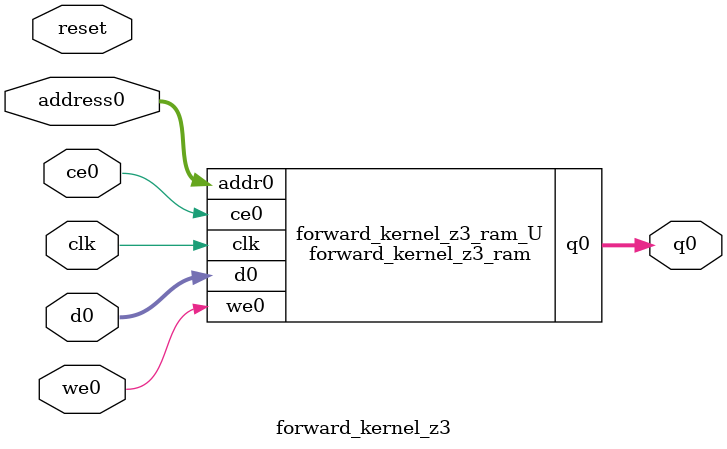
<source format=v>

`timescale 1 ns / 1 ps
module forward_kernel_z3_ram (addr0, ce0, d0, we0, q0,  clk);

parameter DWIDTH = 32;
parameter AWIDTH = 4;
parameter MEM_SIZE = 10;

input[AWIDTH-1:0] addr0;
input ce0;
input[DWIDTH-1:0] d0;
input we0;
output reg[DWIDTH-1:0] q0;
input clk;

(* ram_style = "distributed" *)reg [DWIDTH-1:0] ram[0:MEM_SIZE-1];




always @(posedge clk)  
begin 
    if (ce0) 
    begin
        if (we0) 
        begin 
            ram[addr0] <= d0; 
            q0 <= d0;
        end 
        else 
            q0 <= ram[addr0];
    end
end


endmodule


`timescale 1 ns / 1 ps
module forward_kernel_z3(
    reset,
    clk,
    address0,
    ce0,
    we0,
    d0,
    q0);

parameter DataWidth = 32'd32;
parameter AddressRange = 32'd10;
parameter AddressWidth = 32'd4;
input reset;
input clk;
input[AddressWidth - 1:0] address0;
input ce0;
input we0;
input[DataWidth - 1:0] d0;
output[DataWidth - 1:0] q0;



forward_kernel_z3_ram forward_kernel_z3_ram_U(
    .clk( clk ),
    .addr0( address0 ),
    .ce0( ce0 ),
    .d0( d0 ),
    .we0( we0 ),
    .q0( q0 ));

endmodule


</source>
